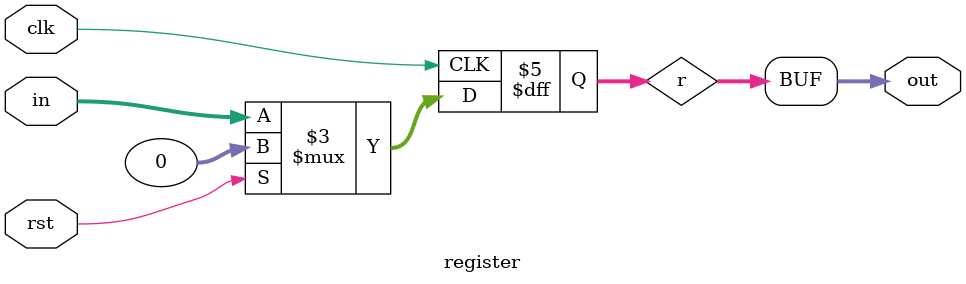
<source format=v>
module register158(clk, rst, in, out);
	input clk, rst;
	input  [157:0] in;
	output [157:0] out;
	
	reg [157:0] r;
	
	always @(posedge clk) begin
		if (rst)
			r <= 0;
		else
			r <= in;
	end
	
	assign out = r;
	
endmodule

module register146(clk, rst, in, out);
	input clk, rst;
	input  [145:0] in;
	output [145:0] out;
	
	reg [145:0] r;
	
	always @(posedge clk) begin
		if (rst)
			r <= 0;
		else
			r <= in;
	end
	
	assign out = r;
	
endmodule

module register71(clk, rst, in, out);
	input clk, rst;
	input  [70:0] in;
	output [70:0] out;
	
	reg [70:0] r;
	
	always @(posedge clk) begin
		if (rst)
			r <= 0;
		else
			r <= in;
	end
	
	assign out = r;
	
endmodule

module register(clk, rst, in, out);
   parameter WIDTH = 32;
	input clk, rst;
	input  [WIDTH - 1:0] in;
	output [WIDTH - 1:0] out;
	
	reg [WIDTH - 1:0] r;
	
	always @(posedge clk) begin
		if (rst)
			r <= 0;
		else
			r <= in;
	end
	
	assign out = r;
	
endmodule
</source>
